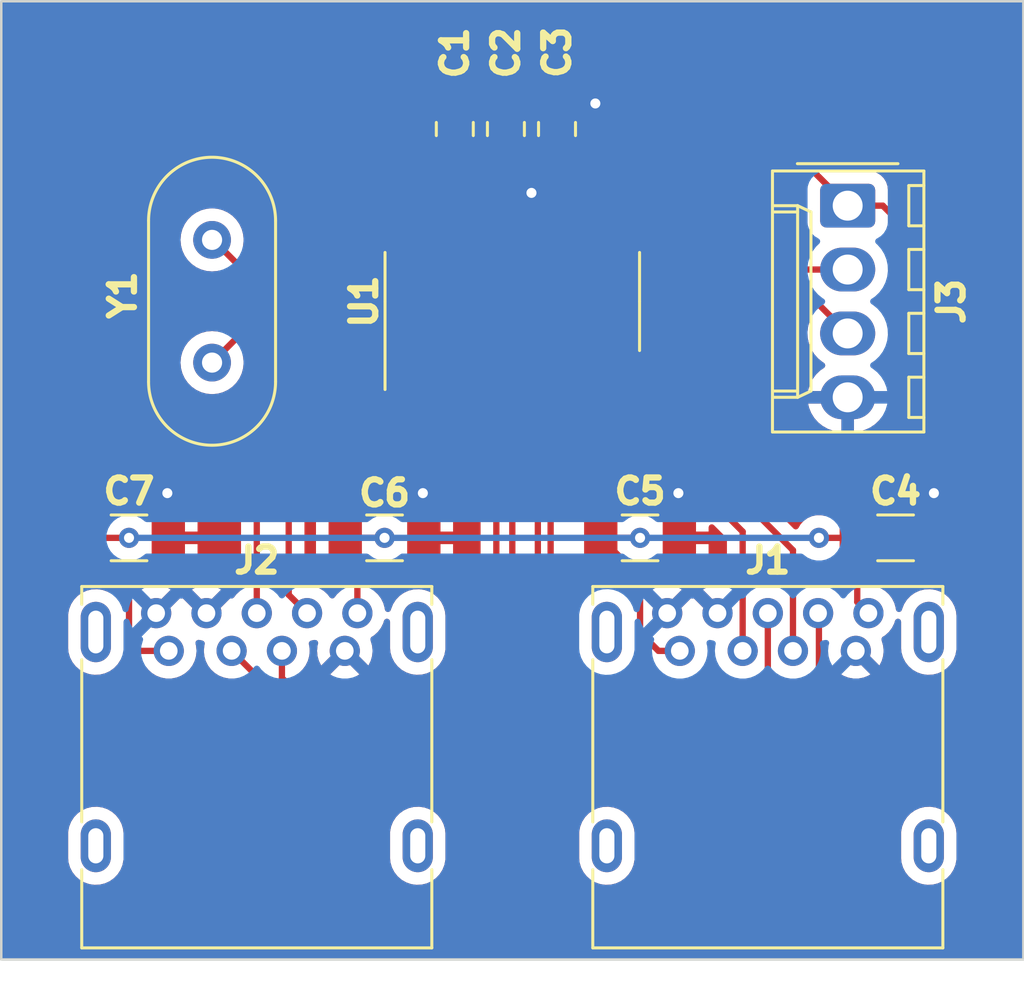
<source format=kicad_pcb>
(kicad_pcb (version 20221018) (generator pcbnew)
  (title_block (title "4 ports USB hub") (date "2023-08-08"))
  (layers (0 "F.Cu" signal) (31 "B.Cu" signal) (34 "B.Paste" user) (35 "F.Paste" user) (36 "B.SilkS" user "B.Silkscreen") (37 "F.SilkS" user "F.Silkscreen") (38 "B.Mask" user) (39 "F.Mask" user) (44 "Edge.Cuts" user))
  (net 0 "")
  (net 1 "GND")
  (net 2 "+5V")
  (net 3 "/USB1_DM")
  (net 4 "/USB1_DP")
  (net 5 "/USB2_DM")
  (net 6 "/USB2_DP")
  (net 7 "/USB3_DM")
  (net 8 "/USB3_DP")
  (net 9 "/USB4_DM")
  (net 10 "/USB4_DP")
  (net 11 "Net-(U1-VDD18)")
  (net 12 "Net-(U1-VDD3)")
  (net 13 "/DM")
  (net 14 "/DP")
  (net 15 "Net-(U1-XOUT)")
  (net 16 "Net-(U1-XIN)")
  (footprint "Connector_Molex:Molex_KK-254_AE-6410-04A_1x04_P2.54mm_Vertical" (layer "F.Cu") (at 160.655 86.868 -90)
    (fp_text reference "J3" (at 3.81 -4.12 90) (layer "F.SilkS") (effects (font (thickness 0.25) bold)))
    (fp_text value "Conn_01x04_Pin")
    (fp_line (start -1.67 -2) (end -1.67 2) (stroke (width 0.12)) (layer "F.SilkS"))
    (fp_line (start -1.38 -3.03) (end -1.38 2.99) (stroke (width 0.12)) (layer "F.SilkS"))
    (fp_line (start -1.38 2.99) (end 9 2.99) (stroke (width 0.12)) (layer "F.SilkS"))
    (fp_line (start -0.8 -3.03) (end -0.8 -2.43) (stroke (width 0.12)) (layer "F.SilkS"))
    (fp_line (start -0.8 -2.43) (end 0.8 -2.43) (stroke (width 0.12)) (layer "F.SilkS"))
    (fp_line (start 0 1.99) (end 0.25 1.46) (stroke (width 0.12)) (layer "F.SilkS"))
    (fp_line (start 0 1.99) (end 7.62 1.99) (stroke (width 0.12)) (layer "F.SilkS"))
    (fp_line (start 0 2.99) (end 0 1.99) (stroke (width 0.12)) (layer "F.SilkS"))
    (fp_line (start 0.25 1.46) (end 7.37 1.46) (stroke (width 0.12)) (layer "F.SilkS"))
    (fp_line (start 0.25 2.99) (end 0.25 1.99) (stroke (width 0.12)) (layer "F.SilkS"))
    (fp_line (start 0.8 -2.43) (end 0.8 -3.03) (stroke (width 0.12)) (layer "F.SilkS"))
    (fp_line (start 1.74 -3.03) (end 1.74 -2.43) (stroke (width 0.12)) (layer "F.SilkS"))
    (fp_line (start 1.74 -2.43) (end 3.34 -2.43) (stroke (width 0.12)) (layer "F.SilkS"))
    (fp_line (start 3.34 -2.43) (end 3.34 -3.03) (stroke (width 0.12)) (layer "F.SilkS"))
    (fp_line (start 4.28 -3.03) (end 4.28 -2.43) (stroke (width 0.12)) (layer "F.SilkS"))
    (fp_line (start 4.28 -2.43) (end 5.88 -2.43) (stroke (width 0.12)) (layer "F.SilkS"))
    (fp_line (start 5.88 -2.43) (end 5.88 -3.03) (stroke (width 0.12)) (layer "F.SilkS"))
    (fp_line (start 6.82 -3.03) (end 6.82 -2.43) (stroke (width 0.12)) (layer "F.SilkS"))
    (fp_line (start 6.82 -2.43) (end 8.42 -2.43) (stroke (width 0.12)) (layer "F.SilkS"))
    (fp_line (start 7.37 1.46) (end 7.62 1.99) (stroke (width 0.12)) (layer "F.SilkS"))
    (fp_line (start 7.37 2.99) (end 7.37 1.99) (stroke (width 0.12)) (layer "F.SilkS"))
    (fp_line (start 7.62 1.99) (end 7.62 2.99) (stroke (width 0.12)) (layer "F.SilkS"))
    (fp_line (start 8.42 -2.43) (end 8.42 -3.03) (stroke (width 0.12)) (layer "F.SilkS"))
    (fp_line (start 9 -3.03) (end -1.38 -3.03) (stroke (width 0.12)) (layer "F.SilkS"))
    (fp_line (start 9 2.99) (end 9 -3.03) (stroke (width 0.12)) (layer "F.SilkS"))
    (pad "1" thru_hole roundrect (at 0 0 270) (size 1.74 2.19) (drill 1.19) (layers "*.Cu" "*.Mask") (roundrect_rratio 0.143678) (net 2 "+5V"))
    (pad "2" thru_hole oval (at 2.54 0 270) (size 1.74 2.19) (drill 1.19) (layers "*.Cu" "*.Mask") (net 13 "/DM"))
    (pad "3" thru_hole oval (at 5.08 0 270) (size 1.74 2.19) (drill 1.19) (layers "*.Cu" "*.Mask") (net 14 "/DP"))
    (pad "4" thru_hole oval (at 7.62 0 270) (size 1.74 2.19) (drill 1.19) (layers "*.Cu" "*.Mask") (net 1 "GND"))
  )
  (footprint "Connector_USB:USB3_A_Molex_48393-001" (layer "F.Cu") (at 133.66 104.57)
    (fp_text reference "J2" (at 3.5 -3.6) (layer "F.SilkS") (effects (font (thickness 0.25) bold)))
    (fp_text value "USB_A_Stacked")
    (fp_line (start -3.46 -2.56) (end -3.46 -1.85) (stroke (width 0.12)) (layer "F.SilkS"))
    (fp_line (start -3.46 -2.56) (end 10.46 -2.56) (stroke (width 0.12)) (layer "F.SilkS"))
    (fp_line (start -3.46 6.8) (end -3.46 0.35) (stroke (width 0.12)) (layer "F.SilkS"))
    (fp_line (start -3.46 11.81) (end -3.46 8.7) (stroke (width 0.12)) (layer "F.SilkS"))
    (fp_line (start -3.46 11.81) (end 10.46 11.81) (stroke (width 0.12)) (layer "F.SilkS"))
    (fp_line (start 10.46 -2.56) (end 10.46 -1.85) (stroke (width 0.12)) (layer "F.SilkS"))
    (fp_line (start 10.46 6.8) (end 10.46 0.35) (stroke (width 0.12)) (layer "F.SilkS"))
    (fp_line (start 10.46 11.81) (end 10.46 8.7) (stroke (width 0.12)) (layer "F.SilkS"))
    (pad "1" thru_hole circle (at 0 0) (size 1.2 1.2) (drill 0.7) (layers "*.Cu" "*.Mask") (net 2 "+5V"))
    (pad "2" thru_hole circle (at 2.5 0) (size 1.2 1.2) (drill 0.7) (layers "*.Cu" "*.Mask") (net 7 "/USB3_DM"))
    (pad "3" thru_hole circle (at 4.5 0) (size 1.2 1.2) (drill 0.7) (layers "*.Cu" "*.Mask") (net 8 "/USB3_DP"))
    (pad "4" thru_hole circle (at 7 0) (size 1.2 1.2) (drill 0.7) (layers "*.Cu" "*.Mask") (net 1 "GND"))
    (pad "5" thru_hole circle (at 7.5 -1.5) (size 1.2 1.2) (drill 0.7) (layers "*.Cu" "*.Mask") (net 2 "+5V"))
    (pad "6" thru_hole circle (at 5.5 -1.5) (size 1.2 1.2) (drill 0.7) (layers "*.Cu" "*.Mask") (net 9 "/USB4_DM"))
    (pad "7" thru_hole circle (at 3.5 -1.5) (size 1.2 1.2) (drill 0.7) (layers "*.Cu" "*.Mask") (net 10 "/USB4_DP"))
    (pad "8" thru_hole circle (at 1.5 -1.5) (size 1.2 1.2) (drill 0.7) (layers "*.Cu" "*.Mask") (net 1 "GND"))
    (pad "9" thru_hole circle (at -0.5 -1.5) (size 1.2 1.2) (drill 0.7) (layers "*.Cu" "*.Mask") (net 1 "GND"))
    (pad "10" thru_hole oval (at -2.9 -0.75) (size 1.2 2.4) (drill oval 0.6 1.7) (layers "*.Cu" "*.Mask"))
    (pad "10" thru_hole oval (at -2.9 7.75) (size 1.2 2.1) (drill oval 0.6 1.4) (layers "*.Cu" "*.Mask"))
    (pad "10" thru_hole oval (at 9.9 -0.75) (size 1.2 2.4) (drill oval 0.6 1.7) (layers "*.Cu" "*.Mask"))
    (pad "10" thru_hole oval (at 9.9 7.75) (size 1.2 2.1) (drill oval 0.6 1.4) (layers "*.Cu" "*.Mask"))
  )
  (footprint "Capacitor_SMD:C_1206_3216Metric_Pad1.33x1.80mm_HandSolder" (layer "F.Cu") (at 142.24 100.076)
    (fp_text reference "C6" (at 0 -1.778) (layer "F.SilkS") (effects (font (thickness 0.25) bold)))
    (fp_text value "10uF")
    (fp_line (start -0.711252 -0.91) (end 0.711252 -0.91) (stroke (width 0.12)) (layer "F.SilkS"))
    (fp_line (start -0.711252 0.91) (end 0.711252 0.91) (stroke (width 0.12)) (layer "F.SilkS"))
    (pad "1" smd roundrect (at -1.5625 0) (size 1.325 1.8) (layers "F.Cu" "F.Paste" "F.Mask") (roundrect_rratio 0.188679) (net 2 "+5V"))
    (pad "2" smd roundrect (at 1.5625 0) (size 1.325 1.8) (layers "F.Cu" "F.Paste" "F.Mask") (roundrect_rratio 0.188679) (net 1 "GND"))
  )
  (footprint "Capacitor_SMD:C_1206_3216Metric_Pad1.33x1.80mm_HandSolder" (layer "F.Cu") (at 152.4 100.076)
    (fp_text reference "C5" (at 0 -1.85) (layer "F.SilkS") (effects (font (thickness 0.25) bold)))
    (fp_text value "10uF")
    (fp_line (start -0.711252 -0.91) (end 0.711252 -0.91) (stroke (width 0.12)) (layer "F.SilkS"))
    (fp_line (start -0.711252 0.91) (end 0.711252 0.91) (stroke (width 0.12)) (layer "F.SilkS"))
    (pad "1" smd roundrect (at -1.5625 0) (size 1.325 1.8) (layers "F.Cu" "F.Paste" "F.Mask") (roundrect_rratio 0.188679) (net 2 "+5V"))
    (pad "2" smd roundrect (at 1.5625 0) (size 1.325 1.8) (layers "F.Cu" "F.Paste" "F.Mask") (roundrect_rratio 0.188679) (net 1 "GND"))
  )
  (footprint "Capacitor_SMD:C_0805_2012Metric_Pad1.18x1.45mm_HandSolder" (layer "F.Cu") (at 149.098 83.82 90)
    (fp_text reference "C3" (at 3.048 0 90) (layer "F.SilkS") (effects (font (thickness 0.25) bold)))
    (fp_text value "10uF")
    (fp_line (start -0.261252 -0.735) (end 0.261252 -0.735) (stroke (width 0.12)) (layer "F.SilkS"))
    (fp_line (start -0.261252 0.735) (end 0.261252 0.735) (stroke (width 0.12)) (layer "F.SilkS"))
    (pad "1" smd roundrect (at -1.0375 0 90) (size 1.175 1.45) (layers "F.Cu" "F.Paste" "F.Mask") (roundrect_rratio 0.212766) (net 2 "+5V"))
    (pad "2" smd roundrect (at 1.0375 0 90) (size 1.175 1.45) (layers "F.Cu" "F.Paste" "F.Mask") (roundrect_rratio 0.212766) (net 1 "GND"))
  )
  (footprint "Connector_USB:USB3_A_Molex_48393-001" (layer "F.Cu") (at 153.98 104.57)
    (fp_text reference "J1" (at 3.5 -3.6) (layer "F.SilkS") (effects (font (thickness 0.25) bold)))
    (fp_text value "USB_A_Stacked")
    (fp_line (start -3.46 -2.56) (end -3.46 -1.85) (stroke (width 0.12)) (layer "F.SilkS"))
    (fp_line (start -3.46 -2.56) (end 10.46 -2.56) (stroke (width 0.12)) (layer "F.SilkS"))
    (fp_line (start -3.46 6.8) (end -3.46 0.35) (stroke (width 0.12)) (layer "F.SilkS"))
    (fp_line (start -3.46 11.81) (end -3.46 8.7) (stroke (width 0.12)) (layer "F.SilkS"))
    (fp_line (start -3.46 11.81) (end 10.46 11.81) (stroke (width 0.12)) (layer "F.SilkS"))
    (fp_line (start 10.46 -2.56) (end 10.46 -1.85) (stroke (width 0.12)) (layer "F.SilkS"))
    (fp_line (start 10.46 6.8) (end 10.46 0.35) (stroke (width 0.12)) (layer "F.SilkS"))
    (fp_line (start 10.46 11.81) (end 10.46 8.7) (stroke (width 0.12)) (layer "F.SilkS"))
    (pad "1" thru_hole circle (at 0 0) (size 1.2 1.2) (drill 0.7) (layers "*.Cu" "*.Mask") (net 2 "+5V"))
    (pad "2" thru_hole circle (at 2.5 0) (size 1.2 1.2) (drill 0.7) (layers "*.Cu" "*.Mask") (net 3 "/USB1_DM"))
    (pad "3" thru_hole circle (at 4.5 0) (size 1.2 1.2) (drill 0.7) (layers "*.Cu" "*.Mask") (net 4 "/USB1_DP"))
    (pad "4" thru_hole circle (at 7 0) (size 1.2 1.2) (drill 0.7) (layers "*.Cu" "*.Mask") (net 1 "GND"))
    (pad "5" thru_hole circle (at 7.5 -1.5) (size 1.2 1.2) (drill 0.7) (layers "*.Cu" "*.Mask") (net 2 "+5V"))
    (pad "6" thru_hole circle (at 5.5 -1.5) (size 1.2 1.2) (drill 0.7) (layers "*.Cu" "*.Mask") (net 5 "/USB2_DM"))
    (pad "7" thru_hole circle (at 3.5 -1.5) (size 1.2 1.2) (drill 0.7) (layers "*.Cu" "*.Mask") (net 6 "/USB2_DP"))
    (pad "8" thru_hole circle (at 1.5 -1.5) (size 1.2 1.2) (drill 0.7) (layers "*.Cu" "*.Mask") (net 1 "GND"))
    (pad "9" thru_hole circle (at -0.5 -1.5) (size 1.2 1.2) (drill 0.7) (layers "*.Cu" "*.Mask") (net 1 "GND"))
    (pad "10" thru_hole oval (at -2.9 -0.75) (size 1.2 2.4) (drill oval 0.6 1.7) (layers "*.Cu" "*.Mask"))
    (pad "10" thru_hole oval (at -2.9 7.75) (size 1.2 2.1) (drill oval 0.6 1.4) (layers "*.Cu" "*.Mask"))
    (pad "10" thru_hole oval (at 9.9 -0.75) (size 1.2 2.4) (drill oval 0.6 1.7) (layers "*.Cu" "*.Mask"))
    (pad "10" thru_hole oval (at 9.9 7.75) (size 1.2 2.1) (drill oval 0.6 1.4) (layers "*.Cu" "*.Mask"))
  )
  (footprint "Capacitor_SMD:C_1206_3216Metric_Pad1.33x1.80mm_HandSolder" (layer "F.Cu") (at 132.08 100.076)
    (fp_text reference "C7" (at 0 -1.85) (layer "F.SilkS") (effects (font (thickness 0.25) bold)))
    (fp_text value "10uF")
    (fp_line (start -0.711252 -0.91) (end 0.711252 -0.91) (stroke (width 0.12)) (layer "F.SilkS"))
    (fp_line (start -0.711252 0.91) (end 0.711252 0.91) (stroke (width 0.12)) (layer "F.SilkS"))
    (pad "1" smd roundrect (at -1.5625 0) (size 1.325 1.8) (layers "F.Cu" "F.Paste" "F.Mask") (roundrect_rratio 0.188679) (net 2 "+5V"))
    (pad "2" smd roundrect (at 1.5625 0) (size 1.325 1.8) (layers "F.Cu" "F.Paste" "F.Mask") (roundrect_rratio 0.188679) (net 1 "GND"))
  )
  (footprint "Crystal:Crystal_HC49-4H_Vertical" (layer "F.Cu") (at 135.382 88.228 -90)
    (fp_text reference "Y1" (at 2.196 3.556 90) (layer "F.SilkS") (effects (font (thickness 0.25) bold)))
    (fp_text value "Crystal")
    (fp_line (start -0.76 -2.525) (end 5.64 -2.525) (stroke (width 0.12)) (layer "F.SilkS"))
    (fp_line (start -0.76 2.525) (end 5.64 2.525) (stroke (width 0.12)) (layer "F.SilkS"))
    (fp_arc (start -0.76 2.525) (mid -3.285 0) (end -0.76 -2.525) (stroke (width 0.12)) (layer "F.SilkS"))
    (fp_arc (start 5.64 -2.525) (mid 8.165 0) (end 5.64 2.525) (stroke (width 0.12)) (layer "F.SilkS"))
    (pad "1" thru_hole circle (at 0 0 270) (size 1.5 1.5) (drill 0.8) (layers "*.Cu" "*.Mask") (net 16 "Net-(U1-XIN)"))
    (pad "2" thru_hole circle (at 4.88 0 270) (size 1.5 1.5) (drill 0.8) (layers "*.Cu" "*.Mask") (net 15 "Net-(U1-XOUT)"))
  )
  (footprint "Capacitor_SMD:C_0805_2012Metric_Pad1.18x1.45mm_HandSolder" (layer "F.Cu") (at 147.066 83.82 90)
    (fp_text reference "C2" (at 3.0265 0 90) (layer "F.SilkS") (effects (font (thickness 0.25) bold)))
    (fp_text value "10uF")
    (fp_line (start -0.261252 -0.735) (end 0.261252 -0.735) (stroke (width 0.12)) (layer "F.SilkS"))
    (fp_line (start -0.261252 0.735) (end 0.261252 0.735) (stroke (width 0.12)) (layer "F.SilkS"))
    (pad "1" smd roundrect (at -1.0375 0 90) (size 1.175 1.45) (layers "F.Cu" "F.Paste" "F.Mask") (roundrect_rratio 0.212766) (net 12 "Net-(U1-VDD3)"))
    (pad "2" smd roundrect (at 1.0375 0 90) (size 1.175 1.45) (layers "F.Cu" "F.Paste" "F.Mask") (roundrect_rratio 0.212766) (net 1 "GND"))
  )
  (footprint "Package_SO:SOP-16_3.9x9.9mm_P1.27mm" (layer "F.Cu") (at 147.32 90.678 90)
    (fp_text reference "U1" (at 0 -5.9 90) (layer "F.SilkS") (effects (font (thickness 0.25) bold)))
    (fp_text value "SL2.1A")
    (fp_line (start 0 -5.06) (end -3.5 -5.06) (stroke (width 0.12)) (layer "F.SilkS"))
    (fp_line (start 0 -5.06) (end 1.95 -5.06) (stroke (width 0.12)) (layer "F.SilkS"))
    (fp_line (start 0 5.06) (end -1.95 5.06) (stroke (width 0.12)) (layer "F.SilkS"))
    (fp_line (start 0 5.06) (end 1.95 5.06) (stroke (width 0.12)) (layer "F.SilkS"))
    (pad "1" smd roundrect (at -2.5 -4.445 90) (size 2 0.6) (layers "F.Cu" "F.Paste" "F.Mask") (net 9 "/USB4_DM"))
    (pad "2" smd roundrect (at -2.5 -3.175 90) (size 2 0.6) (layers "F.Cu" "F.Paste" "F.Mask") (net 10 "/USB4_DP"))
    (pad "3" smd roundrect (at -2.5 -1.905 90) (size 2 0.6) (layers "F.Cu" "F.Paste" "F.Mask") (net 7 "/USB3_DM"))
    (pad "4" smd roundrect (at -2.5 -0.635 90) (size 2 0.6) (layers "F.Cu" "F.Paste" "F.Mask") (net 8 "/USB3_DP"))
    (pad "5" smd roundrect (at -2.5 0.635 90) (size 2 0.6) (layers "F.Cu" "F.Paste" "F.Mask") (net 5 "/USB2_DM"))
    (pad "6" smd roundrect (at -2.5 1.905 90) (size 2 0.6) (layers "F.Cu" "F.Paste" "F.Mask") (net 6 "/USB2_DP"))
    (pad "7" smd roundrect (at -2.5 3.175 90) (size 2 0.6) (layers "F.Cu" "F.Paste" "F.Mask") (net 3 "/USB1_DM"))
    (pad "8" smd roundrect (at -2.5 4.445 90) (size 2 0.6) (layers "F.Cu" "F.Paste" "F.Mask") (net 4 "/USB1_DP"))
    (pad "9" smd roundrect (at 2.5 4.445 90) (size 2 0.6) (layers "F.Cu" "F.Paste" "F.Mask") (net 13 "/DM"))
    (pad "10" smd roundrect (at 2.5 3.175 90) (size 2 0.6) (layers "F.Cu" "F.Paste" "F.Mask") (net 14 "/DP"))
    (pad "11" smd roundrect (at 2.5 1.905 90) (size 2 0.6) (layers "F.Cu" "F.Paste" "F.Mask") (net 2 "+5V"))
    (pad "12" smd roundrect (at 2.5 0.635 90) (size 2 0.6) (layers "F.Cu" "F.Paste" "F.Mask") (net 1 "GND"))
    (pad "13" smd roundrect (at 2.5 -0.635 90) (size 2 0.6) (layers "F.Cu" "F.Paste" "F.Mask") (net 12 "Net-(U1-VDD3)"))
    (pad "14" smd roundrect (at 2.5 -1.905 90) (size 2 0.6) (layers "F.Cu" "F.Paste" "F.Mask") (net 11 "Net-(U1-VDD18)"))
    (pad "15" smd roundrect (at 2.5 -3.175 90) (size 2 0.6) (layers "F.Cu" "F.Paste" "F.Mask") (net 15 "Net-(U1-XOUT)"))
    (pad "16" smd roundrect (at 2.5 -4.445 90) (size 2 0.6) (layers "F.Cu" "F.Paste" "F.Mask") (net 16 "Net-(U1-XIN)"))
  )
  (footprint "Capacitor_SMD:C_1206_3216Metric_Pad1.33x1.80mm_HandSolder" (layer "F.Cu") (at 162.56 100.076)
    (fp_text reference "C4" (at 0 -1.85) (layer "F.SilkS") (effects (font (thickness 0.25) bold)))
    (fp_text value "10uF")
    (fp_line (start -0.711252 -0.91) (end 0.711252 -0.91) (stroke (width 0.12)) (layer "F.SilkS"))
    (fp_line (start -0.711252 0.91) (end 0.711252 0.91) (stroke (width 0.12)) (layer "F.SilkS"))
    (pad "1" smd roundrect (at -1.5625 0) (size 1.325 1.8) (layers "F.Cu" "F.Paste" "F.Mask") (roundrect_rratio 0.188679) (net 2 "+5V"))
    (pad "2" smd roundrect (at 1.5625 0) (size 1.325 1.8) (layers "F.Cu" "F.Paste" "F.Mask") (roundrect_rratio 0.188679) (net 1 "GND"))
  )
  (footprint "Capacitor_SMD:C_0805_2012Metric_Pad1.18x1.45mm_HandSolder" (layer "F.Cu") (at 145.034 83.82 90)
    (fp_text reference "C1" (at 3.0265 0 90) (layer "F.SilkS") (effects (font (thickness 0.25) bold)))
    (fp_text value "10uF")
    (fp_line (start -0.261252 -0.735) (end 0.261252 -0.735) (stroke (width 0.12)) (layer "F.SilkS"))
    (fp_line (start -0.261252 0.735) (end 0.261252 0.735) (stroke (width 0.12)) (layer "F.SilkS"))
    (pad "1" smd roundrect (at -1.0375 0 90) (size 1.175 1.45) (layers "F.Cu" "F.Paste" "F.Mask") (roundrect_rratio 0.212766) (net 11 "Net-(U1-VDD18)"))
    (pad "2" smd roundrect (at 1.0375 0 90) (size 1.175 1.45) (layers "F.Cu" "F.Paste" "F.Mask") (roundrect_rratio 0.212766) (net 1 "GND"))
  )
  (gr_rect (start 127 78.74) (end 167.64 116.84) (stroke (width 0.1)) (fill none) (layer "Edge.Cuts"))
  (via (at 143.764 98.298) (size 0.8) (drill 0.4) (layers "F.Cu" "B.Cu") (net 1))
  (via (at 164.084 98.298) (size 0.8) (drill 0.4) (layers "F.Cu" "B.Cu") (net 1))
  (via (at 153.924 98.298) (size 0.8) (drill 0.4) (layers "F.Cu" "B.Cu") (net 1))
  (via (at 148.082 86.36) (size 0.8) (drill 0.4) (layers "F.Cu" "B.Cu") (net 1))
  (via (at 150.622 82.804) (size 0.8) (drill 0.4) (layers "F.Cu" "B.Cu") (net 1))
  (via (at 133.604 98.298) (size 0.8) (drill 0.4) (layers "F.Cu" "B.Cu") (net 1))
  (segment (start 160.9975 100.076) (end 161.036 100.1145) (width 0.25) (layer "F.Cu") (net 2))
  (segment (start 153.131472 104.57) (end 153.98 104.57) (width 0.25) (layer "F.Cu") (net 2))
  (segment (start 141.16 100.5585) (end 140.6775 100.076) (width 0.25) (layer "F.Cu") (net 2))
  (segment (start 162.814 96.012) (end 161.036 97.79) (width 0.25) (layer "F.Cu") (net 2))
  (segment (start 130.5175 100.076) (end 132.08 101.6385) (width 0.25) (layer "F.Cu") (net 2))
  (segment (start 161.036 102.626) (end 161.48 103.07) (width 0.25) (layer "F.Cu") (net 2))
  (segment (start 152.4 103.838528) (end 153.131472 104.57) (width 0.25) (layer "F.Cu") (net 2))
  (segment (start 149.225 88.178) (end 149.225 84.9845) (width 0.25) (layer "F.Cu") (net 2))
  (segment (start 162.814 96.012) (end 162.814 87.63) (width 0.25) (layer "F.Cu") (net 2))
  (segment (start 152.4 101.6385) (end 152.4 103.838528) (width 0.25) (layer "F.Cu") (net 2))
  (segment (start 159.512 100.076) (end 160.9975 100.076) (width 0.25) (layer "F.Cu") (net 2))
  (segment (start 149.098 84.8575) (end 158.6445 84.8575) (width 0.25) (layer "F.Cu") (net 2))
  (segment (start 132.51 104.57) (end 133.66 104.57) (width 0.25) (layer "F.Cu") (net 2))
  (segment (start 140.6775 100.076) (end 142.24 100.076) (width 0.25) (layer "F.Cu") (net 2))
  (segment (start 132.08 104.14) (end 132.51 104.57) (width 0.25) (layer "F.Cu") (net 2))
  (segment (start 150.8375 100.076) (end 152.4 100.076) (width 0.25) (layer "F.Cu") (net 2))
  (segment (start 132.08 101.6385) (end 132.08 104.14) (width 0.25) (layer "F.Cu") (net 2))
  (segment (start 160.655 86.868) (end 162.052 86.868) (width 0.25) (layer "F.Cu") (net 2))
  (segment (start 161.036 100.0375) (end 160.9975 100.076) (width 0.25) (layer "F.Cu") (net 2))
  (segment (start 162.052 86.868) (end 162.814 87.63) (width 0.25) (layer "F.Cu") (net 2))
  (segment (start 150.8375 100.076) (end 152.4 101.6385) (width 0.25) (layer "F.Cu") (net 2))
  (segment (start 141.16 103.07) (end 141.16 100.5585) (width 0.25) (layer "F.Cu") (net 2))
  (segment (start 158.6445 84.8575) (end 160.655 86.868) (width 0.25) (layer "F.Cu") (net 2))
  (segment (start 130.5175 100.076) (end 132.08 100.076) (width 0.25) (layer "F.Cu") (net 2))
  (segment (start 149.225 84.9845) (end 149.098 84.8575) (width 0.25) (layer "F.Cu") (net 2))
  (segment (start 161.036 97.79) (end 161.036 100.0375) (width 0.25) (layer "F.Cu") (net 2))
  (segment (start 161.036 100.1145) (end 161.036 102.626) (width 0.25) (layer "F.Cu") (net 2))
  (via (at 142.24 100.076) (size 0.8) (drill 0.4) (layers "F.Cu" "B.Cu") (net 2))
  (via (at 152.4 100.076) (size 0.8) (drill 0.4) (layers "F.Cu" "B.Cu") (net 2))
  (via (at 159.512 100.076) (size 0.8) (drill 0.4) (layers "F.Cu" "B.Cu") (net 2))
  (via (at 132.08 100.076) (size 0.8) (drill 0.4) (layers "F.Cu" "B.Cu") (net 2))
  (segment (start 142.24 100.076) (end 152.4 100.076) (width 0.25) (layer "B.Cu") (net 2))
  (segment (start 132.08 100.076) (end 142.24 100.076) (width 0.25) (layer "B.Cu") (net 2))
  (segment (start 152.4 100.076) (end 159.512 100.076) (width 0.25) (layer "B.Cu") (net 2))
  (segment (start 156.48 99.828695) (end 156.48 104.57) (width 0.25) (layer "F.Cu") (net 3))
  (segment (start 154.215 97.573) (end 154.224305 97.573) (width 0.25) (layer "F.Cu") (net 3))
  (segment (start 150.495 93.178) (end 150.495 93.853) (width 0.25) (layer "F.Cu") (net 3))
  (segment (start 154.224305 97.573) (end 156.48 99.828695) (width 0.25) (layer "F.Cu") (net 3))
  (segment (start 150.495 93.853) (end 154.215 97.573) (width 0.25) (layer "F.Cu") (net 3))
  (segment (start 158.48 100.568) (end 158.48 104.57) (width 0.25) (layer "F.Cu") (net 4))
  (segment (start 151.765 93.178) (end 151.765 93.853) (width 0.25) (layer "F.Cu") (net 4))
  (segment (start 151.765 93.853) (end 158.48 100.568) (width 0.25) (layer "F.Cu") (net 4))
  (segment (start 157.734 107.696) (end 159.512 105.918) (width 0.25) (layer "F.Cu") (net 5))
  (segment (start 159.512 105.918) (end 159.512 103.102) (width 0.25) (layer "F.Cu") (net 5))
  (segment (start 147.955 93.178) (end 147.955 94.361) (width 0.25) (layer "F.Cu") (net 5))
  (segment (start 148.336 104.394) (end 151.638 107.696) (width 0.25) (layer "F.Cu") (net 5))
  (segment (start 151.638 107.696) (end 157.734 107.696) (width 0.25) (layer "F.Cu") (net 5))
  (segment (start 147.955 94.361) (end 148.336 94.742) (width 0.25) (layer "F.Cu") (net 5))
  (segment (start 159.512 103.102) (end 159.48 103.07) (width 0.25) (layer "F.Cu") (net 5))
  (segment (start 148.336 94.742) (end 148.336 104.394) (width 0.25) (layer "F.Cu") (net 5))
  (segment (start 157.48 106.426) (end 157.48 103.07) (width 0.25) (layer "F.Cu") (net 6))
  (segment (start 151.892 107.188) (end 156.718 107.188) (width 0.25) (layer "F.Cu") (net 6))
  (segment (start 149.225 94.361) (end 148.844 94.742) (width 0.25) (layer "F.Cu") (net 6))
  (segment (start 148.844 104.14) (end 151.892 107.188) (width 0.25) (layer "F.Cu") (net 6))
  (segment (start 148.844 104.14) (end 148.844 94.742) (width 0.25) (layer "F.Cu") (net 6))
  (segment (start 156.718 107.188) (end 157.48 106.426) (width 0.25) (layer "F.Cu") (net 6))
  (segment (start 149.225 93.178) (end 149.225 94.361) (width 0.25) (layer "F.Cu") (net 6))
  (segment (start 145.415 93.178) (end 145.415 92.075) (width 0.25) (layer "F.Cu") (net 7))
  (segment (start 145.415 92.075) (end 145.796 91.694) (width 0.25) (layer "F.Cu") (net 7))
  (segment (start 138.778 107.188) (end 136.16 104.57) (width 0.25) (layer "F.Cu") (net 7))
  (segment (start 145.034 107.188) (end 138.778 107.188) (width 0.25) (layer "F.Cu") (net 7))
  (segment (start 145.796 91.694) (end 146.872751 91.694) (width 0.25) (layer "F.Cu") (net 7))
  (segment (start 146.872751 91.694) (end 147.32 92.141249) (width 0.25) (layer "F.Cu") (net 7))
  (segment (start 147.32 104.902) (end 147.32 92.141249) (width 0.25) (layer "F.Cu") (net 7))
  (segment (start 147.32 104.902) (end 145.034 107.188) (width 0.25) (layer "F.Cu") (net 7))
  (segment (start 138.938 106.426) (end 138.16 105.648) (width 0.25) (layer "F.Cu") (net 8))
  (segment (start 146.685 104.521) (end 144.78 106.426) (width 0.25) (layer "F.Cu") (net 8))
  (segment (start 138.16 105.648) (end 138.16 104.57) (width 0.25) (layer "F.Cu") (net 8))
  (segment (start 144.78 106.426) (end 138.938 106.426) (width 0.25) (layer "F.Cu") (net 8))
  (segment (start 146.685 93.178) (end 146.685 104.521) (width 0.25) (layer "F.Cu") (net 8))
  (segment (start 142.748 91.948) (end 142.24 91.948) (width 0.25) (layer "F.Cu") (net 9))
  (segment (start 138.43 102.34) (end 139.16 103.07) (width 0.25) (layer "F.Cu") (net 9))
  (segment (start 142.875 93.178) (end 142.875 92.075) (width 0.25) (layer "F.Cu") (net 9))
  (segment (start 138.43 95.758) (end 138.43 102.34) (width 0.25) (layer "F.Cu") (net 9))
  (segment (start 142.24 91.948) (end 138.43 95.758) (width 0.25) (layer "F.Cu") (net 9))
  (segment (start 142.875 92.075) (end 142.748 91.948) (width 0.25) (layer "F.Cu") (net 9))
  (segment (start 144.145 93.178) (end 144.145 92.075) (width 0.25) (layer "F.Cu") (net 10))
  (segment (start 143.568 91.498) (end 141.928 91.498) (width 0.25) (layer "F.Cu") (net 10))
  (segment (start 137.16 96.266) (end 137.16 103.07) (width 0.25) (layer "F.Cu") (net 10))
  (segment (start 144.145 92.075) (end 143.568 91.498) (width 0.25) (layer "F.Cu") (net 10))
  (segment (start 141.928 91.498) (end 137.16 96.266) (width 0.25) (layer "F.Cu") (net 10))
  (segment (start 145.415 85.2385) (end 145.034 84.8575) (width 0.25) (layer "F.Cu") (net 11))
  (segment (start 145.415 88.178) (end 145.415 85.2385) (width 0.25) (layer "F.Cu") (net 11))
  (segment (start 146.685 85.2385) (end 147.066 84.8575) (width 0.25) (layer "F.Cu") (net 12))
  (segment (start 146.685 88.178) (end 146.685 85.2385) (width 0.25) (layer "F.Cu") (net 12))
  (segment (start 152.146 89.408) (end 160.655 89.408) (width 0.25) (layer "F.Cu") (net 13))
  (segment (start 151.765 89.027) (end 152.146 89.408) (width 0.25) (layer "F.Cu") (net 13))
  (segment (start 151.765 88.178) (end 151.765 89.027) (width 0.25) (layer "F.Cu") (net 13))
  (segment (start 158.623 89.916) (end 160.655 91.948) (width 0.25) (layer "F.Cu") (net 14))
  (segment (start 150.495 88.178) (end 150.495 88.8365) (width 0.25) (layer "F.Cu") (net 14))
  (segment (start 150.495 88.8365) (end 151.5745 89.916) (width 0.25) (layer "F.Cu") (net 14))
  (segment (start 151.5745 89.916) (end 158.623 89.916) (width 0.25) (layer "F.Cu") (net 14))
  (segment (start 143.002 90.424) (end 144.145 89.281) (width 0.25) (layer "F.Cu") (net 15))
  (segment (start 138.066 90.424) (end 143.002 90.424) (width 0.25) (layer "F.Cu") (net 15))
  (segment (start 135.382 93.108) (end 138.066 90.424) (width 0.25) (layer "F.Cu") (net 15))
  (segment (start 144.145 89.281) (end 144.145 88.178) (width 0.25) (layer "F.Cu") (net 15))
  (segment (start 135.427 88.228) (end 137.115 89.916) (width 0.25) (layer "F.Cu") (net 16))
  (segment (start 137.115 89.916) (end 142.494 89.916) (width 0.25) (layer "F.Cu") (net 16))
  (segment (start 142.875 89.535) (end 142.875 88.178) (width 0.25) (layer "F.Cu") (net 16))
  (segment (start 142.494 89.916) (end 142.875 89.535) (width 0.25) (layer "F.Cu") (net 16))
  (segment (start 135.382 88.228) (end 135.427 88.228) (width 0.25) (layer "F.Cu") (net 16))
  (zone (net 1) (net_name "GND") (layers "F&B.Cu") (connect_pads (clearance 0.5)) (min_thickness 0.25) (fill yes (thermal_gap 0.5) (thermal_bridge_width 0.5))
    (polygon (pts (xy 127 78.74) (xy 167.64 78.74) (xy 167.64 116.84) (xy 127 116.84)))
  )
)
</source>
